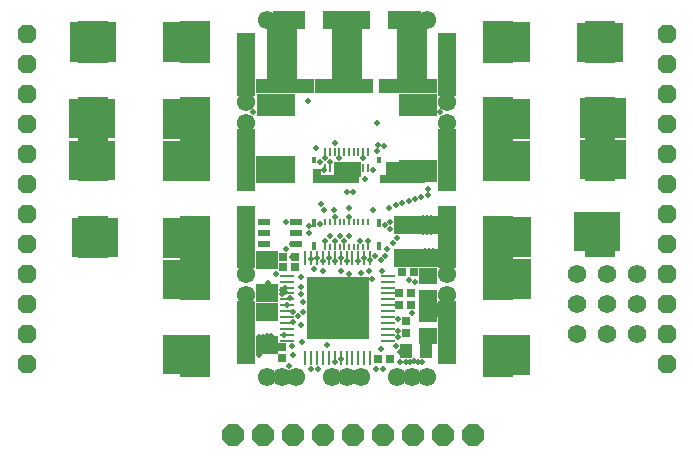
<source format=gbr>
G04 EAGLE Gerber RS-274X export*
G75*
%MOMM*%
%FSLAX34Y34*%
%LPD*%
%INSoldermask Bottom*%
%IPPOS*%
%AMOC8*
5,1,8,0,0,1.08239X$1,22.5*%
G01*
%ADD10R,3.250800X1.850800*%
%ADD11R,1.550800X1.350800*%
%ADD12R,0.650800X0.750800*%
%ADD13R,0.750800X0.650800*%
%ADD14R,2.590800X5.130800*%
%ADD15R,1.050800X1.150800*%
%ADD16R,0.279400X1.193800*%
%ADD17R,1.193800X0.279400*%
%ADD18R,5.220800X5.220800*%
%ADD19R,1.050800X0.600800*%
%ADD20R,0.270800X0.710800*%
%ADD21R,0.400800X0.490800*%
%ADD22R,0.270800X0.525800*%
%ADD23R,0.370800X0.700800*%
%ADD24R,1.850800X1.650800*%
%ADD25C,1.574800*%
%ADD26P,1.704548X8X202.500000*%
%ADD27R,2.550800X3.550800*%
%ADD28P,1.979475X8X292.500000*%
%ADD29R,1.550800X1.550800*%
%ADD30R,0.704800X0.704800*%
%ADD31C,1.550800*%
%ADD32C,0.504800*%


D10*
X245491Y299844D03*
X245491Y243844D03*
X365633Y299844D03*
X365633Y243844D03*
D11*
X374079Y122848D03*
X374079Y103848D03*
X374079Y135852D03*
X374079Y154852D03*
D12*
X360092Y130239D03*
X350092Y130239D03*
X360092Y140589D03*
X350092Y140589D03*
D13*
X251270Y94980D03*
X251270Y84980D03*
X356045Y106697D03*
X356045Y116697D03*
D12*
X352696Y157861D03*
X362696Y157861D03*
X332566Y84392D03*
X342566Y84392D03*
X261604Y162560D03*
X251604Y162560D03*
X251604Y171006D03*
X261604Y171006D03*
D14*
X250444Y345885D03*
X305562Y345885D03*
X360680Y345885D03*
D15*
X372927Y90932D03*
X355927Y90932D03*
D16*
X325501Y85027D03*
X320501Y85027D03*
X315501Y85027D03*
X310501Y85027D03*
X305501Y85027D03*
X300501Y85027D03*
X295501Y85027D03*
X290501Y85027D03*
X285501Y85027D03*
X280501Y85027D03*
X275501Y85027D03*
X270501Y85027D03*
X325501Y170027D03*
X320501Y170027D03*
X315501Y170027D03*
X310501Y170027D03*
X305501Y170027D03*
X300501Y170027D03*
X295501Y170027D03*
X290501Y170027D03*
X285501Y170027D03*
X280501Y170027D03*
X275501Y170027D03*
X270501Y170027D03*
D17*
X255501Y155027D03*
X255501Y150027D03*
X255501Y145027D03*
X255501Y140027D03*
X255501Y135027D03*
X255501Y130027D03*
X255501Y125027D03*
X255501Y120027D03*
X255501Y115027D03*
X255501Y110027D03*
X255501Y105027D03*
X255501Y100027D03*
X340501Y155027D03*
X340501Y150027D03*
X340501Y145027D03*
X340501Y140027D03*
X340501Y135027D03*
X340501Y130027D03*
X340501Y125027D03*
X340501Y120027D03*
X340501Y115027D03*
X340501Y110027D03*
X340501Y105027D03*
X340501Y100027D03*
D18*
X298001Y127527D03*
D19*
X235776Y181674D03*
X235776Y191174D03*
X235776Y200674D03*
X262776Y181674D03*
X262776Y191174D03*
X262776Y200674D03*
D20*
X323533Y259906D03*
X319533Y259906D03*
X315533Y259906D03*
X311533Y259906D03*
X307533Y259906D03*
X303533Y259906D03*
X299533Y259906D03*
X295533Y259906D03*
X291533Y259906D03*
X287533Y259906D03*
X323533Y246106D03*
X319533Y246106D03*
X315533Y246106D03*
X311533Y246106D03*
X307533Y246106D03*
X303533Y246106D03*
X299533Y246106D03*
X295533Y246106D03*
X291533Y246106D03*
X287533Y246106D03*
D21*
X333033Y253006D03*
X278033Y253006D03*
D22*
X323596Y200914D03*
X319596Y200914D03*
X315596Y200914D03*
X311596Y200914D03*
X307596Y200914D03*
X303596Y200914D03*
X299596Y200914D03*
X295596Y200914D03*
X291596Y200914D03*
X287596Y200914D03*
X323596Y179014D03*
X319596Y179014D03*
X315596Y179014D03*
X311596Y179014D03*
X307596Y179014D03*
X303596Y179014D03*
X299596Y179014D03*
X295596Y179014D03*
X291596Y179014D03*
X287596Y179014D03*
D23*
X333096Y199914D03*
X278096Y199914D03*
X333096Y179914D03*
X278096Y179914D03*
D24*
X237871Y124046D03*
X237871Y96046D03*
X237871Y140051D03*
X237871Y168051D03*
X355283Y170277D03*
X355283Y198277D03*
X373253Y170277D03*
X373253Y198277D03*
D25*
X500380Y105791D03*
X500380Y131191D03*
X500380Y156591D03*
X551180Y105791D03*
X551180Y131191D03*
X551180Y156591D03*
D26*
X576580Y80391D03*
X576580Y105791D03*
X576580Y131191D03*
X576580Y156591D03*
X576580Y181991D03*
X576580Y207391D03*
X576580Y232855D03*
X576580Y258255D03*
X576580Y283655D03*
X576580Y309055D03*
X576580Y334455D03*
X576580Y359855D03*
D25*
X525780Y105791D03*
X525780Y131191D03*
X525780Y156591D03*
D26*
X34608Y80645D03*
X34608Y106045D03*
X34608Y131445D03*
X34608Y156845D03*
X34608Y182245D03*
X34608Y207645D03*
X34608Y233045D03*
X34608Y258445D03*
X34608Y283845D03*
X34608Y309245D03*
X34608Y334645D03*
X34608Y360045D03*
D27*
X91059Y353302D03*
X91059Y288302D03*
X520129Y353302D03*
X520129Y288302D03*
X177038Y353302D03*
X177038Y288302D03*
X434086Y353302D03*
X434086Y288302D03*
X177038Y187909D03*
X177038Y252909D03*
X434086Y187909D03*
X434086Y252909D03*
X434086Y152388D03*
X434086Y87388D03*
X520129Y188353D03*
X520129Y253353D03*
X90996Y187909D03*
X90996Y252909D03*
X177038Y152452D03*
X177038Y87452D03*
D28*
X412369Y19812D03*
X386969Y19812D03*
X361569Y19812D03*
X336169Y19812D03*
X310769Y19812D03*
X285369Y19812D03*
X259969Y19812D03*
X234569Y19812D03*
X209169Y19812D03*
D29*
X220472Y271717D03*
X220472Y259144D03*
X220472Y246571D03*
X390652Y271717D03*
X390652Y259144D03*
X390652Y246571D03*
X390652Y233998D03*
D30*
X280353Y236855D03*
D29*
X220472Y233998D03*
D31*
X390652Y284290D03*
X220472Y284290D03*
D30*
X280353Y242189D03*
X285687Y236855D03*
X291021Y236855D03*
X296355Y236855D03*
X301689Y236855D03*
X307023Y236855D03*
X312357Y236855D03*
X298006Y242189D03*
X298006Y247523D03*
X303340Y242189D03*
X308674Y242189D03*
X314008Y242189D03*
X303340Y247523D03*
X308674Y247523D03*
X314008Y247523D03*
D32*
X342566Y84392D03*
X295596Y204857D03*
X307596Y204857D03*
D29*
X390652Y169037D03*
X390652Y181610D03*
X390652Y194183D03*
X220472Y169037D03*
X220472Y181610D03*
X220472Y194183D03*
X220472Y206756D03*
X390652Y206756D03*
D31*
X220472Y156464D03*
X390652Y156464D03*
D32*
X300609Y159345D03*
X317992Y157567D03*
X254617Y200914D03*
X252683Y104648D03*
X238316Y103616D03*
X356154Y82273D03*
X362851Y158017D03*
X370459Y197960D03*
X266827Y154178D03*
X310579Y113411D03*
X253762Y144354D03*
X253762Y141052D03*
X250904Y142703D03*
X250904Y139401D03*
X373761Y197960D03*
X377063Y197960D03*
X372110Y195102D03*
X375412Y195102D03*
X372110Y200817D03*
X375412Y200817D03*
X310579Y116713D03*
X307721Y115062D03*
X313436Y115062D03*
X313436Y118364D03*
X307721Y118364D03*
X310579Y120015D03*
X316294Y116713D03*
X316294Y120015D03*
X313436Y121666D03*
X310579Y123317D03*
X307721Y121666D03*
X304864Y116713D03*
X304864Y120015D03*
X304864Y123317D03*
X316294Y123317D03*
X316294Y113411D03*
X304864Y113411D03*
X373761Y192245D03*
X370459Y192245D03*
X377063Y192245D03*
X373761Y203675D03*
X377063Y203675D03*
X370459Y203675D03*
X233998Y164432D03*
X237300Y164241D03*
X235839Y167162D03*
X232601Y167416D03*
X239141Y166972D03*
X240602Y163987D03*
X237681Y169893D03*
X240983Y169702D03*
X234379Y170210D03*
X235014Y103535D03*
X231712Y103535D03*
X233363Y100678D03*
X236728Y100678D03*
X240030Y100741D03*
X241618Y103599D03*
X243332Y100805D03*
X231648Y97820D03*
X231585Y94455D03*
X231521Y91153D03*
X231648Y87851D03*
X359474Y82263D03*
X362776Y82390D03*
X366078Y82263D03*
X369316Y82199D03*
X374015Y103916D03*
X370713Y103662D03*
X377381Y104107D03*
X372618Y100868D03*
X375920Y101122D03*
X372110Y106647D03*
X375476Y106901D03*
X378778Y107155D03*
X379222Y101376D03*
D30*
X430721Y101092D03*
X425387Y101092D03*
X441389Y101092D03*
X436055Y101092D03*
X446723Y101092D03*
X452057Y101092D03*
X457391Y101092D03*
X430721Y95758D03*
X425387Y95758D03*
X441389Y95758D03*
X436055Y95758D03*
X446723Y95758D03*
X452057Y95758D03*
X457391Y95758D03*
X430721Y90424D03*
X425387Y90424D03*
X441389Y90424D03*
X436055Y90424D03*
X446723Y90424D03*
X452057Y90424D03*
X457391Y90424D03*
X430721Y85090D03*
X425387Y85090D03*
X441389Y85090D03*
X436055Y85090D03*
X446723Y85090D03*
X452057Y85090D03*
X457391Y85090D03*
X430721Y79756D03*
X425387Y79756D03*
X441389Y79756D03*
X436055Y79756D03*
X446723Y79756D03*
X452057Y79756D03*
X457391Y79756D03*
X430721Y74422D03*
X425387Y74422D03*
X441389Y74422D03*
X436055Y74422D03*
X446723Y74422D03*
X452057Y74422D03*
X457391Y74422D03*
X430467Y301117D03*
X425133Y301117D03*
X441135Y301117D03*
X435801Y301117D03*
X446469Y301117D03*
X451803Y301117D03*
X457137Y301117D03*
X430467Y295783D03*
X425133Y295783D03*
X441135Y295783D03*
X435801Y295783D03*
X446469Y295783D03*
X451803Y295783D03*
X457137Y295783D03*
X430467Y290449D03*
X425133Y290449D03*
X441135Y290449D03*
X435801Y290449D03*
X446469Y290449D03*
X451803Y290449D03*
X457137Y290449D03*
X430467Y285115D03*
X425133Y285115D03*
X441135Y285115D03*
X435801Y285115D03*
X446469Y285115D03*
X451803Y285115D03*
X457137Y285115D03*
X430467Y279781D03*
X425133Y279781D03*
X441135Y279781D03*
X435801Y279781D03*
X446469Y279781D03*
X451803Y279781D03*
X457137Y279781D03*
X430467Y274447D03*
X425133Y274447D03*
X441135Y274447D03*
X435801Y274447D03*
X446469Y274447D03*
X451803Y274447D03*
X457137Y274447D03*
X430403Y265621D03*
X425069Y265621D03*
X441071Y265621D03*
X435737Y265621D03*
X446405Y265621D03*
X451739Y265621D03*
X457073Y265621D03*
X430403Y260287D03*
X425069Y260287D03*
X441071Y260287D03*
X435737Y260287D03*
X446405Y260287D03*
X451739Y260287D03*
X457073Y260287D03*
X430403Y254953D03*
X425069Y254953D03*
X441071Y254953D03*
X435737Y254953D03*
X446405Y254953D03*
X451739Y254953D03*
X457073Y254953D03*
X430403Y249619D03*
X425069Y249619D03*
X441071Y249619D03*
X435737Y249619D03*
X446405Y249619D03*
X451739Y249619D03*
X457073Y249619D03*
X430403Y244285D03*
X425069Y244285D03*
X441071Y244285D03*
X435737Y244285D03*
X446405Y244285D03*
X451739Y244285D03*
X457073Y244285D03*
X430403Y238951D03*
X425069Y238951D03*
X441071Y238951D03*
X435737Y238951D03*
X446405Y238951D03*
X451739Y238951D03*
X457073Y238951D03*
X511747Y302070D03*
X506413Y302070D03*
X522415Y302070D03*
X517081Y302070D03*
X527749Y302070D03*
X533083Y302070D03*
X538417Y302070D03*
X511747Y296736D03*
X506413Y296736D03*
X522415Y296736D03*
X517081Y296736D03*
X527749Y296736D03*
X533083Y296736D03*
X538417Y296736D03*
X511747Y291402D03*
X506413Y291402D03*
X522415Y291402D03*
X517081Y291402D03*
X527749Y291402D03*
X533083Y291402D03*
X538417Y291402D03*
X511747Y286068D03*
X506413Y286068D03*
X522415Y286068D03*
X517081Y286068D03*
X527749Y286068D03*
X533083Y286068D03*
X538417Y286068D03*
X511747Y280734D03*
X506413Y280734D03*
X522415Y280734D03*
X517081Y280734D03*
X527749Y280734D03*
X533083Y280734D03*
X538417Y280734D03*
X511747Y275400D03*
X506413Y275400D03*
X522415Y275400D03*
X517081Y275400D03*
X527749Y275400D03*
X533083Y275400D03*
X538417Y275400D03*
X511683Y266573D03*
X506349Y266573D03*
X522351Y266573D03*
X517017Y266573D03*
X527685Y266573D03*
X533019Y266573D03*
X538353Y266573D03*
X511683Y261239D03*
X506349Y261239D03*
X522351Y261239D03*
X517017Y261239D03*
X527685Y261239D03*
X533019Y261239D03*
X538353Y261239D03*
X511683Y255905D03*
X506349Y255905D03*
X522351Y255905D03*
X517017Y255905D03*
X527685Y255905D03*
X533019Y255905D03*
X538353Y255905D03*
X511683Y250571D03*
X506349Y250571D03*
X522351Y250571D03*
X517017Y250571D03*
X527685Y250571D03*
X533019Y250571D03*
X538353Y250571D03*
X511683Y245237D03*
X506349Y245237D03*
X522351Y245237D03*
X517017Y245237D03*
X527685Y245237D03*
X533019Y245237D03*
X538353Y245237D03*
X511683Y239903D03*
X506349Y239903D03*
X522351Y239903D03*
X517017Y239903D03*
X527685Y239903D03*
X533019Y239903D03*
X538353Y239903D03*
X180467Y101473D03*
X185801Y101473D03*
X169799Y101473D03*
X175133Y101473D03*
X164465Y101473D03*
X159131Y101473D03*
X153797Y101473D03*
X180467Y96139D03*
X185801Y96139D03*
X169799Y96139D03*
X175133Y96139D03*
X164465Y96139D03*
X159131Y96139D03*
X153797Y96139D03*
X180467Y90805D03*
X185801Y90805D03*
X169799Y90805D03*
X175133Y90805D03*
X164465Y90805D03*
X159131Y90805D03*
X153797Y90805D03*
X180467Y85471D03*
X185801Y85471D03*
X169799Y85471D03*
X175133Y85471D03*
X164465Y85471D03*
X159131Y85471D03*
X153797Y85471D03*
X180467Y80137D03*
X185801Y80137D03*
X169799Y80137D03*
X175133Y80137D03*
X164465Y80137D03*
X159131Y80137D03*
X153797Y80137D03*
X180467Y74803D03*
X185801Y74803D03*
X169799Y74803D03*
X175133Y74803D03*
X164465Y74803D03*
X159131Y74803D03*
X153797Y74803D03*
X180150Y301054D03*
X185484Y301054D03*
X169482Y301054D03*
X174816Y301054D03*
X164148Y301054D03*
X158814Y301054D03*
X153480Y301054D03*
X180150Y295720D03*
X185484Y295720D03*
X169482Y295720D03*
X174816Y295720D03*
X164148Y295720D03*
X158814Y295720D03*
X153480Y295720D03*
X180150Y290386D03*
X185484Y290386D03*
X169482Y290386D03*
X174816Y290386D03*
X164148Y290386D03*
X158814Y290386D03*
X153480Y290386D03*
X180150Y285052D03*
X185484Y285052D03*
X169482Y285052D03*
X174816Y285052D03*
X164148Y285052D03*
X158814Y285052D03*
X153480Y285052D03*
X180150Y279718D03*
X185484Y279718D03*
X169482Y279718D03*
X174816Y279718D03*
X164148Y279718D03*
X158814Y279718D03*
X153480Y279718D03*
X180150Y274384D03*
X185484Y274384D03*
X169482Y274384D03*
X174816Y274384D03*
X164148Y274384D03*
X158814Y274384D03*
X153480Y274384D03*
X180213Y265557D03*
X185547Y265557D03*
X169545Y265557D03*
X174879Y265557D03*
X164211Y265557D03*
X158877Y265557D03*
X153543Y265557D03*
X180213Y260223D03*
X185547Y260223D03*
X169545Y260223D03*
X174879Y260223D03*
X164211Y260223D03*
X158877Y260223D03*
X153543Y260223D03*
X180213Y254889D03*
X185547Y254889D03*
X169545Y254889D03*
X174879Y254889D03*
X164211Y254889D03*
X158877Y254889D03*
X153543Y254889D03*
X180213Y249555D03*
X185547Y249555D03*
X169545Y249555D03*
X174879Y249555D03*
X164211Y249555D03*
X158877Y249555D03*
X153543Y249555D03*
X180213Y244221D03*
X185547Y244221D03*
X169545Y244221D03*
X174879Y244221D03*
X164211Y244221D03*
X158877Y244221D03*
X153543Y244221D03*
X180213Y238887D03*
X185547Y238887D03*
X169545Y238887D03*
X174879Y238887D03*
X164211Y238887D03*
X158877Y238887D03*
X153543Y238887D03*
X100457Y301498D03*
X105791Y301498D03*
X89789Y301498D03*
X95123Y301498D03*
X84455Y301498D03*
X79121Y301498D03*
X73787Y301498D03*
X100457Y296164D03*
X105791Y296164D03*
X89789Y296164D03*
X95123Y296164D03*
X84455Y296164D03*
X79121Y296164D03*
X73787Y296164D03*
X100457Y290830D03*
X105791Y290830D03*
X89789Y290830D03*
X95123Y290830D03*
X84455Y290830D03*
X79121Y290830D03*
X73787Y290830D03*
X100457Y285496D03*
X105791Y285496D03*
X89789Y285496D03*
X95123Y285496D03*
X84455Y285496D03*
X79121Y285496D03*
X73787Y285496D03*
X100457Y280162D03*
X105791Y280162D03*
X89789Y280162D03*
X95123Y280162D03*
X84455Y280162D03*
X79121Y280162D03*
X73787Y280162D03*
X100457Y274828D03*
X105791Y274828D03*
X89789Y274828D03*
X95123Y274828D03*
X84455Y274828D03*
X79121Y274828D03*
X73787Y274828D03*
X100521Y266002D03*
X105855Y266002D03*
X89853Y266002D03*
X95187Y266002D03*
X84519Y266002D03*
X79185Y266002D03*
X73851Y266002D03*
X100521Y260668D03*
X105855Y260668D03*
X89853Y260668D03*
X95187Y260668D03*
X84519Y260668D03*
X79185Y260668D03*
X73851Y260668D03*
X100521Y255334D03*
X105855Y255334D03*
X89853Y255334D03*
X95187Y255334D03*
X84519Y255334D03*
X79185Y255334D03*
X73851Y255334D03*
X100521Y250000D03*
X105855Y250000D03*
X89853Y250000D03*
X95187Y250000D03*
X84519Y250000D03*
X79185Y250000D03*
X73851Y250000D03*
X100521Y244666D03*
X105855Y244666D03*
X89853Y244666D03*
X95187Y244666D03*
X84519Y244666D03*
X79185Y244666D03*
X73851Y244666D03*
X100521Y239332D03*
X105855Y239332D03*
X89853Y239332D03*
X95187Y239332D03*
X84519Y239332D03*
X79185Y239332D03*
X73851Y239332D03*
D32*
X331666Y84348D03*
X350635Y90456D03*
X335632Y159329D03*
X262776Y191174D03*
X257040Y78566D03*
D29*
X390652Y88011D03*
X390652Y100584D03*
X390652Y113157D03*
X220472Y88011D03*
X220472Y100584D03*
X220472Y113157D03*
X220472Y125730D03*
X390652Y125730D03*
D31*
X220472Y138303D03*
X390652Y138303D03*
D29*
X220472Y352743D03*
X220472Y340170D03*
X220472Y327597D03*
X390652Y352743D03*
X390652Y340170D03*
X390652Y327597D03*
X390652Y315024D03*
X220472Y315024D03*
D31*
X390652Y302451D03*
X220472Y302451D03*
D32*
X378905Y170307D03*
X375603Y170307D03*
X377254Y173165D03*
X377254Y167450D03*
X373952Y167450D03*
X372301Y170307D03*
X373952Y173165D03*
X373571Y125413D03*
X376873Y125286D03*
X375349Y128207D03*
X378651Y128080D03*
X380175Y125159D03*
X378397Y122365D03*
X375095Y122492D03*
X377127Y131001D03*
X373825Y131128D03*
X380429Y130874D03*
X381699Y122238D03*
X381953Y127953D03*
X375603Y164592D03*
X372301Y164592D03*
X378905Y164592D03*
X375603Y176022D03*
X372301Y176022D03*
X378905Y176022D03*
X238633Y145733D03*
X238697Y142431D03*
X238633Y139129D03*
X238697Y149035D03*
D30*
X426022Y201232D03*
X431356Y201232D03*
X436690Y201232D03*
X442024Y201232D03*
X426022Y195898D03*
X431356Y195898D03*
X436690Y195898D03*
X442024Y195898D03*
X426022Y190564D03*
X431356Y190564D03*
X436690Y190564D03*
X442024Y190564D03*
X426022Y185230D03*
X431356Y185230D03*
X436690Y185230D03*
X442024Y185230D03*
X426022Y179896D03*
X431356Y179896D03*
X436690Y179896D03*
X442024Y179896D03*
X426022Y174562D03*
X431356Y174562D03*
X436690Y174562D03*
X442024Y174562D03*
X425958Y165735D03*
X431292Y165735D03*
X436626Y165735D03*
X441960Y165735D03*
X425958Y160401D03*
X431292Y160401D03*
X436626Y160401D03*
X441960Y160401D03*
X425958Y155067D03*
X431292Y155067D03*
X436626Y155067D03*
X441960Y155067D03*
X425958Y149733D03*
X431292Y149733D03*
X436626Y149733D03*
X441960Y149733D03*
X425958Y144399D03*
X431292Y144399D03*
X436626Y144399D03*
X441960Y144399D03*
X425958Y139065D03*
X431292Y139065D03*
X436626Y139065D03*
X441960Y139065D03*
X506857Y205677D03*
X501523Y205677D03*
X517525Y205677D03*
X512191Y205677D03*
X522859Y205677D03*
X528193Y205677D03*
X533527Y205677D03*
X506857Y200343D03*
X501523Y200343D03*
X517525Y200343D03*
X512191Y200343D03*
X522859Y200343D03*
X528193Y200343D03*
X533527Y200343D03*
X506857Y195009D03*
X501523Y195009D03*
X517525Y195009D03*
X512191Y195009D03*
X522859Y195009D03*
X528193Y195009D03*
X533527Y195009D03*
X506857Y189675D03*
X501523Y189675D03*
X517525Y189675D03*
X512191Y189675D03*
X522859Y189675D03*
X528193Y189675D03*
X533527Y189675D03*
X506857Y184341D03*
X501523Y184341D03*
X517525Y184341D03*
X512191Y184341D03*
X522859Y184341D03*
X528193Y184341D03*
X533527Y184341D03*
X506857Y179007D03*
X501523Y179007D03*
X517525Y179007D03*
X512191Y179007D03*
X522859Y179007D03*
X528193Y179007D03*
X533527Y179007D03*
X509651Y366014D03*
X504317Y366014D03*
X520319Y366014D03*
X514985Y366014D03*
X525653Y366014D03*
X530987Y366014D03*
X536321Y366014D03*
X509651Y360680D03*
X504317Y360680D03*
X520319Y360680D03*
X514985Y360680D03*
X525653Y360680D03*
X530987Y360680D03*
X536321Y360680D03*
X509651Y355346D03*
X504317Y355346D03*
X520319Y355346D03*
X514985Y355346D03*
X525653Y355346D03*
X530987Y355346D03*
X536321Y355346D03*
X509651Y350012D03*
X504317Y350012D03*
X520319Y350012D03*
X514985Y350012D03*
X525653Y350012D03*
X530987Y350012D03*
X536321Y350012D03*
X509651Y344678D03*
X504317Y344678D03*
X520319Y344678D03*
X514985Y344678D03*
X525653Y344678D03*
X530987Y344678D03*
X536321Y344678D03*
X509651Y339344D03*
X504317Y339344D03*
X520319Y339344D03*
X514985Y339344D03*
X525653Y339344D03*
X530987Y339344D03*
X536321Y339344D03*
X430657Y366205D03*
X425323Y366205D03*
X441325Y366205D03*
X435991Y366205D03*
X446659Y366205D03*
X451993Y366205D03*
X457327Y366205D03*
X430657Y360871D03*
X425323Y360871D03*
X441325Y360871D03*
X435991Y360871D03*
X446659Y360871D03*
X451993Y360871D03*
X457327Y360871D03*
X430657Y355537D03*
X425323Y355537D03*
X441325Y355537D03*
X435991Y355537D03*
X446659Y355537D03*
X451993Y355537D03*
X457327Y355537D03*
X430657Y350203D03*
X425323Y350203D03*
X441325Y350203D03*
X435991Y350203D03*
X446659Y350203D03*
X451993Y350203D03*
X457327Y350203D03*
X430657Y344869D03*
X425323Y344869D03*
X441325Y344869D03*
X435991Y344869D03*
X446659Y344869D03*
X451993Y344869D03*
X457327Y344869D03*
X430657Y339535D03*
X425323Y339535D03*
X441325Y339535D03*
X435991Y339535D03*
X446659Y339535D03*
X451993Y339535D03*
X457327Y339535D03*
X185547Y200470D03*
X180213Y200470D03*
X174879Y200470D03*
X169545Y200470D03*
X185547Y195136D03*
X180213Y195136D03*
X174879Y195136D03*
X169545Y195136D03*
X185547Y189802D03*
X180213Y189802D03*
X174879Y189802D03*
X169545Y189802D03*
X185547Y184468D03*
X180213Y184468D03*
X174879Y184468D03*
X169545Y184468D03*
X185547Y179134D03*
X180213Y179134D03*
X174879Y179134D03*
X169545Y179134D03*
X185547Y173800D03*
X180213Y173800D03*
X174879Y173800D03*
X169545Y173800D03*
X185611Y164973D03*
X180277Y164973D03*
X174943Y164973D03*
X169609Y164973D03*
X185611Y159639D03*
X180277Y159639D03*
X174943Y159639D03*
X169609Y159639D03*
X185611Y154305D03*
X180277Y154305D03*
X174943Y154305D03*
X169609Y154305D03*
X185611Y148971D03*
X180277Y148971D03*
X174943Y148971D03*
X169609Y148971D03*
X185611Y143637D03*
X180277Y143637D03*
X174943Y143637D03*
X169609Y143637D03*
X185611Y138303D03*
X180277Y138303D03*
X174943Y138303D03*
X169609Y138303D03*
X102997Y200787D03*
X108331Y200787D03*
X92329Y200787D03*
X97663Y200787D03*
X86995Y200787D03*
X81661Y200787D03*
X76327Y200787D03*
X102997Y195453D03*
X108331Y195453D03*
X92329Y195453D03*
X97663Y195453D03*
X86995Y195453D03*
X81661Y195453D03*
X76327Y195453D03*
X102997Y190119D03*
X108331Y190119D03*
X92329Y190119D03*
X97663Y190119D03*
X86995Y190119D03*
X81661Y190119D03*
X76327Y190119D03*
X102997Y184785D03*
X108331Y184785D03*
X92329Y184785D03*
X97663Y184785D03*
X86995Y184785D03*
X81661Y184785D03*
X76327Y184785D03*
X102997Y179451D03*
X108331Y179451D03*
X92329Y179451D03*
X97663Y179451D03*
X86995Y179451D03*
X81661Y179451D03*
X76327Y179451D03*
X102997Y174117D03*
X108331Y174117D03*
X92329Y174117D03*
X97663Y174117D03*
X86995Y174117D03*
X81661Y174117D03*
X76327Y174117D03*
X101283Y366395D03*
X106617Y366395D03*
X90615Y366395D03*
X95949Y366395D03*
X85281Y366395D03*
X79947Y366395D03*
X74613Y366395D03*
X101283Y361061D03*
X106617Y361061D03*
X90615Y361061D03*
X95949Y361061D03*
X85281Y361061D03*
X79947Y361061D03*
X74613Y361061D03*
X101283Y355727D03*
X106617Y355727D03*
X90615Y355727D03*
X95949Y355727D03*
X85281Y355727D03*
X79947Y355727D03*
X74613Y355727D03*
X101283Y350393D03*
X106617Y350393D03*
X90615Y350393D03*
X95949Y350393D03*
X85281Y350393D03*
X79947Y350393D03*
X74613Y350393D03*
X101283Y345059D03*
X106617Y345059D03*
X90615Y345059D03*
X95949Y345059D03*
X85281Y345059D03*
X79947Y345059D03*
X74613Y345059D03*
X101283Y339725D03*
X106617Y339725D03*
X90615Y339725D03*
X95949Y339725D03*
X85281Y339725D03*
X79947Y339725D03*
X74613Y339725D03*
X179959Y366268D03*
X185293Y366268D03*
X169291Y366268D03*
X174625Y366268D03*
X163957Y366268D03*
X158623Y366268D03*
X153289Y366268D03*
X179959Y360934D03*
X185293Y360934D03*
X169291Y360934D03*
X174625Y360934D03*
X163957Y360934D03*
X158623Y360934D03*
X153289Y360934D03*
X179959Y355600D03*
X185293Y355600D03*
X169291Y355600D03*
X174625Y355600D03*
X163957Y355600D03*
X158623Y355600D03*
X153289Y355600D03*
X179959Y350266D03*
X185293Y350266D03*
X169291Y350266D03*
X174625Y350266D03*
X163957Y350266D03*
X158623Y350266D03*
X153289Y350266D03*
X179959Y344932D03*
X185293Y344932D03*
X169291Y344932D03*
X174625Y344932D03*
X163957Y344932D03*
X158623Y344932D03*
X153289Y344932D03*
X179959Y339598D03*
X185293Y339598D03*
X169291Y339598D03*
X174625Y339598D03*
X163957Y339598D03*
X158623Y339598D03*
X153289Y339598D03*
X164148Y200470D03*
X158814Y200470D03*
X153480Y200470D03*
X164148Y195136D03*
X158814Y195136D03*
X153480Y195136D03*
X164148Y189802D03*
X158814Y189802D03*
X153480Y189802D03*
X164148Y184468D03*
X158814Y184468D03*
X153480Y184468D03*
X164148Y179134D03*
X158814Y179134D03*
X153480Y179134D03*
X164148Y173800D03*
X158814Y173800D03*
X153480Y173800D03*
X164211Y164973D03*
X158877Y164973D03*
X153543Y164973D03*
X164211Y159639D03*
X158877Y159639D03*
X153543Y159639D03*
X164211Y154305D03*
X158877Y154305D03*
X153543Y154305D03*
X164211Y148971D03*
X158877Y148971D03*
X153543Y148971D03*
X164211Y143637D03*
X158877Y143637D03*
X153543Y143637D03*
X164211Y138303D03*
X158877Y138303D03*
X153543Y138303D03*
X447485Y201232D03*
X452819Y201232D03*
X458153Y201232D03*
X447485Y195898D03*
X452819Y195898D03*
X458153Y195898D03*
X447485Y190564D03*
X452819Y190564D03*
X458153Y190564D03*
X447485Y185230D03*
X452819Y185230D03*
X458153Y185230D03*
X447485Y179896D03*
X452819Y179896D03*
X458153Y179896D03*
X447485Y174562D03*
X452819Y174562D03*
X458153Y174562D03*
X447421Y165735D03*
X452755Y165735D03*
X458089Y165735D03*
X447421Y160401D03*
X452755Y160401D03*
X458089Y160401D03*
X447421Y155067D03*
X452755Y155067D03*
X458089Y155067D03*
X447421Y149733D03*
X452755Y149733D03*
X458089Y149733D03*
X447421Y144399D03*
X452755Y144399D03*
X458089Y144399D03*
X447421Y139065D03*
X452755Y139065D03*
X458089Y139065D03*
D32*
X268859Y124587D03*
X360562Y123580D03*
X347738Y95237D03*
X300515Y84348D03*
X258946Y95725D03*
X268992Y132479D03*
X349375Y118763D03*
X264588Y121204D03*
X324883Y158740D03*
X352653Y216297D03*
X272606Y302657D03*
X299533Y255018D03*
X325648Y168131D03*
X327517Y210773D03*
X307993Y212699D03*
X286782Y244666D03*
X337855Y197549D03*
X334275Y168328D03*
D30*
X232156Y236792D03*
D32*
X291533Y250973D03*
D30*
X232156Y242126D03*
X232156Y247460D03*
X232156Y252794D03*
X237490Y252794D03*
X242824Y252794D03*
X248158Y252794D03*
X253492Y252794D03*
X258826Y252794D03*
X237490Y247460D03*
X242824Y247460D03*
X248158Y247460D03*
X253492Y247460D03*
X258826Y247460D03*
X237490Y242126D03*
X242824Y242126D03*
X248158Y242126D03*
X253492Y242126D03*
X258826Y242126D03*
X237490Y236792D03*
X242824Y236792D03*
X248158Y236792D03*
X253492Y236792D03*
X258826Y236792D03*
D32*
X283334Y251539D03*
X315532Y167187D03*
X261604Y162560D03*
X342171Y194187D03*
D30*
X232156Y318580D03*
D31*
X237871Y371285D03*
D29*
X250444Y371285D03*
X263017Y371285D03*
D30*
X232156Y313246D03*
X237490Y318580D03*
X237490Y313246D03*
X242824Y318580D03*
X242824Y313246D03*
X248158Y318580D03*
X248158Y313246D03*
X253492Y318580D03*
X258826Y318580D03*
X264160Y318580D03*
X269494Y318580D03*
X253492Y313246D03*
X258826Y313246D03*
X264160Y313246D03*
X269494Y313246D03*
X274828Y318580D03*
X274828Y313246D03*
D32*
X279803Y263368D03*
X320501Y170027D03*
X285750Y158740D03*
D30*
X282258Y318580D03*
D29*
X292989Y371285D03*
X305562Y371285D03*
X318135Y371285D03*
D32*
X295529Y267081D03*
D30*
X282258Y313246D03*
X287592Y318580D03*
X292926Y318580D03*
X298260Y318580D03*
X303594Y318580D03*
X308928Y318580D03*
X314262Y318580D03*
X319596Y318580D03*
X324930Y318580D03*
X287592Y313246D03*
X292926Y313246D03*
X298260Y313246D03*
X303594Y313246D03*
X308928Y313246D03*
X314262Y313246D03*
X319596Y313246D03*
X324930Y313246D03*
D32*
X317024Y184548D03*
X295466Y167433D03*
X277876Y160772D03*
X331661Y284018D03*
X307595Y188227D03*
X290481Y170126D03*
X321482Y237235D03*
X305663Y167187D03*
X283337Y198682D03*
X331321Y260447D03*
X384792Y293504D03*
X285496Y167433D03*
X295596Y184612D03*
X295200Y210286D03*
X311397Y225875D03*
D30*
X378968Y318580D03*
D29*
X348107Y371285D03*
X360680Y371285D03*
D31*
X373253Y371285D03*
D30*
X373634Y318580D03*
X378968Y313246D03*
X373634Y313246D03*
X368300Y318580D03*
X362966Y318580D03*
X357632Y318580D03*
X352298Y318580D03*
X346964Y318580D03*
X341630Y318580D03*
X336296Y318580D03*
X368300Y313246D03*
X362966Y313246D03*
X357632Y313246D03*
X352298Y313246D03*
X346964Y313246D03*
X341630Y313246D03*
X336296Y313246D03*
D32*
X337225Y264622D03*
X303596Y184548D03*
X280480Y170094D03*
X245997Y156695D03*
D30*
X368935Y236855D03*
D32*
X327792Y244666D03*
D30*
X368935Y242189D03*
X368935Y247523D03*
X363538Y236855D03*
X358204Y236855D03*
X352870Y236855D03*
X347536Y236855D03*
X342202Y236855D03*
X336868Y236855D03*
X363538Y242189D03*
X358204Y242189D03*
X352870Y242189D03*
X347536Y242189D03*
X342202Y242189D03*
X363538Y247523D03*
X358204Y247523D03*
X352870Y247523D03*
X347536Y247523D03*
X342202Y247523D03*
D32*
X287592Y184548D03*
X275051Y168962D03*
X251604Y171006D03*
X255501Y130027D03*
X284215Y215583D03*
X319533Y255018D03*
X291594Y188287D03*
X286215Y210530D03*
X305852Y225875D03*
X300525Y170051D03*
X342171Y200910D03*
X350725Y81915D03*
X327010Y151911D03*
X295515Y81617D03*
X235776Y200674D03*
X254617Y177665D03*
X235776Y181674D03*
X267214Y145115D03*
X281115Y76153D03*
X260161Y87757D03*
X330572Y75871D03*
X347899Y187118D03*
X341795Y212741D03*
X334711Y93348D03*
X345015Y182324D03*
X347224Y214519D03*
X339633Y177514D03*
X267214Y139686D03*
X358082Y218075D03*
X331796Y265876D03*
X299596Y188289D03*
X259127Y171006D03*
X257683Y135725D03*
X287533Y255018D03*
X226060Y293370D03*
X323596Y184548D03*
X251286Y162497D03*
X259127Y181737D03*
X267214Y113362D03*
X267931Y98915D03*
X273337Y196904D03*
X275686Y76153D03*
X374460Y228838D03*
X336001Y75935D03*
X273749Y191475D03*
X358267Y151511D03*
X374369Y223409D03*
X349375Y103079D03*
X349375Y108508D03*
X329865Y171698D03*
X368940Y221631D03*
X338196Y172085D03*
X363511Y219853D03*
X260007Y115534D03*
X260302Y124635D03*
X288920Y96740D03*
X307992Y156536D03*
X374007Y90932D03*
X363420Y149661D03*
D31*
X373253Y69469D03*
X360680Y69469D03*
X348107Y69469D03*
X318135Y69469D03*
X305562Y69469D03*
X292989Y69469D03*
X263017Y69469D03*
X250444Y69469D03*
X237871Y69469D03*
M02*

</source>
